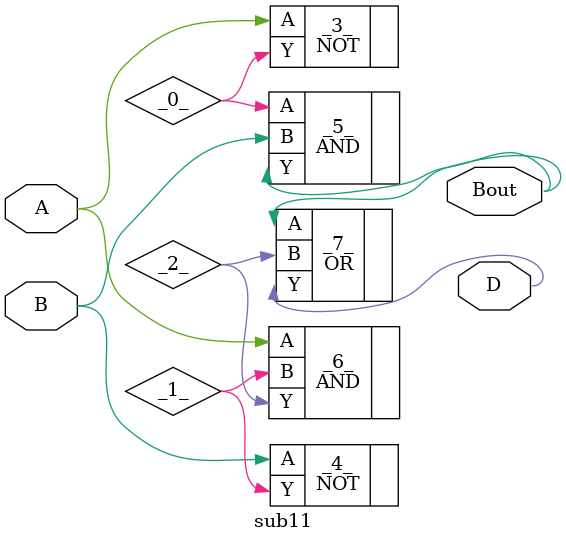
<source format=v>
/* Generated by Yosys 0.41+83 (git sha1 7045cf509, x86_64-w64-mingw32-g++ 13.2.1 -Os) */

/* cells_not_processed =  1  */
/* src = "sub11.v:2.1-27.10" */
module sub11(A, B, D, Bout);
  wire _0_;
  wire _1_;
  wire _2_;
  /* src = "sub11.v:4.11-4.12" */
  input A;
  wire A;
  /* src = "sub11.v:4.13-4.14" */
  input B;
  wire B;
  /* src = "sub11.v:5.18-5.22" */
  output Bout;
  wire Bout;
  /* src = "sub11.v:5.16-5.17" */
  output D;
  wire D;
  NOT _3_ (
    .A(A),
    .Y(_0_)
  );
  NOT _4_ (
    .A(B),
    .Y(_1_)
  );
  AND _5_ (
    .A(_0_),
    .B(B),
    .Y(Bout)
  );
  AND _6_ (
    .A(A),
    .B(_1_),
    .Y(_2_)
  );
  OR _7_ (
    .A(Bout),
    .B(_2_),
    .Y(D)
  );
endmodule

</source>
